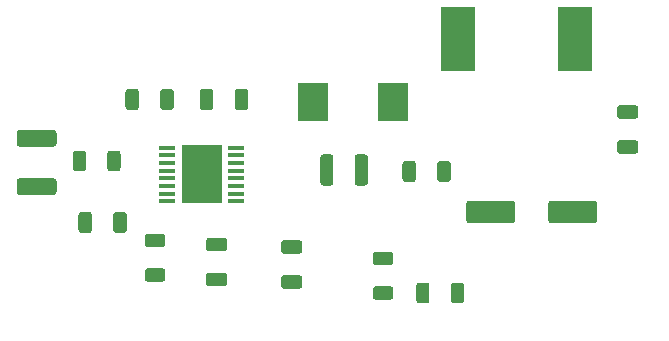
<source format=gbr>
%TF.GenerationSoftware,KiCad,Pcbnew,(5.1.10)-1*%
%TF.CreationDate,2021-07-12T12:55:46+02:00*%
%TF.ProjectId,buckLM5575,6275636b-4c4d-4353-9537-352e6b696361,rev?*%
%TF.SameCoordinates,Original*%
%TF.FileFunction,Paste,Top*%
%TF.FilePolarity,Positive*%
%FSLAX46Y46*%
G04 Gerber Fmt 4.6, Leading zero omitted, Abs format (unit mm)*
G04 Created by KiCad (PCBNEW (5.1.10)-1) date 2021-07-12 12:55:46*
%MOMM*%
%LPD*%
G01*
G04 APERTURE LIST*
%ADD10C,0.100000*%
%ADD11R,1.400000X0.449999*%
%ADD12R,3.400001X5.000000*%
%ADD13R,2.900000X5.400000*%
%ADD14R,2.500000X3.300000*%
G04 APERTURE END LIST*
D10*
%TO.C,U1*%
G36*
X129159998Y-63830497D02*
G01*
X129159998Y-60629498D01*
X129160951Y-60619841D01*
X129163768Y-60610554D01*
X129168342Y-60601997D01*
X129174497Y-60594494D01*
X129182000Y-60588340D01*
X129190557Y-60583765D01*
X129199843Y-60580948D01*
X129209500Y-60579996D01*
X132410500Y-60579996D01*
X132420157Y-60580948D01*
X132429443Y-60583765D01*
X132438000Y-60588340D01*
X132445503Y-60594494D01*
X132451658Y-60601997D01*
X132456232Y-60610554D01*
X132459049Y-60619841D01*
X132460002Y-60629498D01*
X132460002Y-63830497D01*
X132459049Y-63840154D01*
X132456232Y-63849440D01*
X132451658Y-63857998D01*
X132445503Y-63865501D01*
X132438000Y-63871655D01*
X132429443Y-63876230D01*
X132420157Y-63879047D01*
X132410500Y-63879997D01*
X129209500Y-63879997D01*
X129199843Y-63879047D01*
X129190557Y-63876230D01*
X129182000Y-63871655D01*
X129174497Y-63865501D01*
X129168342Y-63857998D01*
X129163768Y-63849440D01*
X129160951Y-63840154D01*
X129159998Y-63830497D01*
G37*
X129159998Y-63830497D02*
X129159998Y-60629498D01*
X129160951Y-60619841D01*
X129163768Y-60610554D01*
X129168342Y-60601997D01*
X129174497Y-60594494D01*
X129182000Y-60588340D01*
X129190557Y-60583765D01*
X129199843Y-60580948D01*
X129209500Y-60579996D01*
X132410500Y-60579996D01*
X132420157Y-60580948D01*
X132429443Y-60583765D01*
X132438000Y-60588340D01*
X132445503Y-60594494D01*
X132451658Y-60601997D01*
X132456232Y-60610554D01*
X132459049Y-60619841D01*
X132460002Y-60629498D01*
X132460002Y-63830497D01*
X132459049Y-63840154D01*
X132456232Y-63849440D01*
X132451658Y-63857998D01*
X132445503Y-63865501D01*
X132438000Y-63871655D01*
X132429443Y-63876230D01*
X132420157Y-63879047D01*
X132410500Y-63879997D01*
X129209500Y-63879997D01*
X129199843Y-63879047D01*
X129190557Y-63876230D01*
X129182000Y-63871655D01*
X129174497Y-63865501D01*
X129168342Y-63857998D01*
X129163768Y-63849440D01*
X129160951Y-63840154D01*
X129159998Y-63830497D01*
%TD*%
%TO.C,C2*%
G36*
G01*
X118290001Y-59864000D02*
X115389999Y-59864000D01*
G75*
G02*
X115140000Y-59614001I0J249999D01*
G01*
X115140000Y-58713999D01*
G75*
G02*
X115389999Y-58464000I249999J0D01*
G01*
X118290001Y-58464000D01*
G75*
G02*
X118540000Y-58713999I0J-249999D01*
G01*
X118540000Y-59614001D01*
G75*
G02*
X118290001Y-59864000I-249999J0D01*
G01*
G37*
G36*
G01*
X118290001Y-63964000D02*
X115389999Y-63964000D01*
G75*
G02*
X115140000Y-63714001I0J249999D01*
G01*
X115140000Y-62813999D01*
G75*
G02*
X115389999Y-62564000I249999J0D01*
G01*
X118290001Y-62564000D01*
G75*
G02*
X118540000Y-62813999I0J-249999D01*
G01*
X118540000Y-63714001D01*
G75*
G02*
X118290001Y-63964000I-249999J0D01*
G01*
G37*
%TD*%
%TO.C,C5*%
G36*
G01*
X124478000Y-65643999D02*
X124478000Y-66944001D01*
G75*
G02*
X124228001Y-67194000I-249999J0D01*
G01*
X123577999Y-67194000D01*
G75*
G02*
X123328000Y-66944001I0J249999D01*
G01*
X123328000Y-65643999D01*
G75*
G02*
X123577999Y-65394000I249999J0D01*
G01*
X124228001Y-65394000D01*
G75*
G02*
X124478000Y-65643999I0J-249999D01*
G01*
G37*
G36*
G01*
X121528000Y-65643999D02*
X121528000Y-66944001D01*
G75*
G02*
X121278001Y-67194000I-249999J0D01*
G01*
X120627999Y-67194000D01*
G75*
G02*
X120378000Y-66944001I0J249999D01*
G01*
X120378000Y-65643999D01*
G75*
G02*
X120627999Y-65394000I249999J0D01*
G01*
X121278001Y-65394000D01*
G75*
G02*
X121528000Y-65643999I0J-249999D01*
G01*
G37*
%TD*%
%TO.C,R7*%
G36*
G01*
X140850000Y-62924003D02*
X140850000Y-60773997D01*
G75*
G02*
X141099997Y-60524000I249997J0D01*
G01*
X141725003Y-60524000D01*
G75*
G02*
X141975000Y-60773997I0J-249997D01*
G01*
X141975000Y-62924003D01*
G75*
G02*
X141725003Y-63174000I-249997J0D01*
G01*
X141099997Y-63174000D01*
G75*
G02*
X140850000Y-62924003I0J249997D01*
G01*
G37*
G36*
G01*
X143775000Y-62924003D02*
X143775000Y-60773997D01*
G75*
G02*
X144024997Y-60524000I249997J0D01*
G01*
X144650003Y-60524000D01*
G75*
G02*
X144900000Y-60773997I0J-249997D01*
G01*
X144900000Y-62924003D01*
G75*
G02*
X144650003Y-63174000I-249997J0D01*
G01*
X144024997Y-63174000D01*
G75*
G02*
X143775000Y-62924003I0J249997D01*
G01*
G37*
%TD*%
%TO.C,C8*%
G36*
G01*
X127314000Y-56530001D02*
X127314000Y-55229999D01*
G75*
G02*
X127563999Y-54980000I249999J0D01*
G01*
X128214001Y-54980000D01*
G75*
G02*
X128464000Y-55229999I0J-249999D01*
G01*
X128464000Y-56530001D01*
G75*
G02*
X128214001Y-56780000I-249999J0D01*
G01*
X127563999Y-56780000D01*
G75*
G02*
X127314000Y-56530001I0J249999D01*
G01*
G37*
G36*
G01*
X124364000Y-56530001D02*
X124364000Y-55229999D01*
G75*
G02*
X124613999Y-54980000I249999J0D01*
G01*
X125264001Y-54980000D01*
G75*
G02*
X125514000Y-55229999I0J-249999D01*
G01*
X125514000Y-56530001D01*
G75*
G02*
X125264001Y-56780000I-249999J0D01*
G01*
X124613999Y-56780000D01*
G75*
G02*
X124364000Y-56530001I0J249999D01*
G01*
G37*
%TD*%
D11*
%TO.C,U1*%
X127860001Y-59954998D03*
X127860001Y-60604999D03*
X127860001Y-61254998D03*
X127860001Y-61904999D03*
X127860001Y-62554998D03*
X127860001Y-63204999D03*
X127860001Y-63854998D03*
X127860001Y-64504999D03*
X133760002Y-64504999D03*
X133760002Y-63854998D03*
X133760002Y-63204999D03*
X133760002Y-62554998D03*
X133760002Y-61904999D03*
X133760002Y-61254998D03*
X133760002Y-60604999D03*
X133760002Y-59954998D03*
D12*
X130810000Y-62229997D03*
%TD*%
%TO.C,R6*%
G36*
G01*
X146802003Y-72829500D02*
X145551997Y-72829500D01*
G75*
G02*
X145302000Y-72579503I0J249997D01*
G01*
X145302000Y-71954497D01*
G75*
G02*
X145551997Y-71704500I249997J0D01*
G01*
X146802003Y-71704500D01*
G75*
G02*
X147052000Y-71954497I0J-249997D01*
G01*
X147052000Y-72579503D01*
G75*
G02*
X146802003Y-72829500I-249997J0D01*
G01*
G37*
G36*
G01*
X146802003Y-69904500D02*
X145551997Y-69904500D01*
G75*
G02*
X145302000Y-69654503I0J249997D01*
G01*
X145302000Y-69029497D01*
G75*
G02*
X145551997Y-68779500I249997J0D01*
G01*
X146802003Y-68779500D01*
G75*
G02*
X147052000Y-69029497I0J-249997D01*
G01*
X147052000Y-69654503D01*
G75*
G02*
X146802003Y-69904500I-249997J0D01*
G01*
G37*
%TD*%
%TO.C,R5*%
G36*
G01*
X148976000Y-72888003D02*
X148976000Y-71637997D01*
G75*
G02*
X149225997Y-71388000I249997J0D01*
G01*
X149851003Y-71388000D01*
G75*
G02*
X150101000Y-71637997I0J-249997D01*
G01*
X150101000Y-72888003D01*
G75*
G02*
X149851003Y-73138000I-249997J0D01*
G01*
X149225997Y-73138000D01*
G75*
G02*
X148976000Y-72888003I0J249997D01*
G01*
G37*
G36*
G01*
X151901000Y-72888003D02*
X151901000Y-71637997D01*
G75*
G02*
X152150997Y-71388000I249997J0D01*
G01*
X152776003Y-71388000D01*
G75*
G02*
X153026000Y-71637997I0J-249997D01*
G01*
X153026000Y-72888003D01*
G75*
G02*
X152776003Y-73138000I-249997J0D01*
G01*
X152150997Y-73138000D01*
G75*
G02*
X151901000Y-72888003I0J249997D01*
G01*
G37*
%TD*%
%TO.C,R4*%
G36*
G01*
X119895000Y-61712003D02*
X119895000Y-60461997D01*
G75*
G02*
X120144997Y-60212000I249997J0D01*
G01*
X120770003Y-60212000D01*
G75*
G02*
X121020000Y-60461997I0J-249997D01*
G01*
X121020000Y-61712003D01*
G75*
G02*
X120770003Y-61962000I-249997J0D01*
G01*
X120144997Y-61962000D01*
G75*
G02*
X119895000Y-61712003I0J249997D01*
G01*
G37*
G36*
G01*
X122820000Y-61712003D02*
X122820000Y-60461997D01*
G75*
G02*
X123069997Y-60212000I249997J0D01*
G01*
X123695003Y-60212000D01*
G75*
G02*
X123945000Y-60461997I0J-249997D01*
G01*
X123945000Y-61712003D01*
G75*
G02*
X123695003Y-61962000I-249997J0D01*
G01*
X123069997Y-61962000D01*
G75*
G02*
X122820000Y-61712003I0J249997D01*
G01*
G37*
%TD*%
%TO.C,R3*%
G36*
G01*
X126247997Y-67255500D02*
X127498003Y-67255500D01*
G75*
G02*
X127748000Y-67505497I0J-249997D01*
G01*
X127748000Y-68130503D01*
G75*
G02*
X127498003Y-68380500I-249997J0D01*
G01*
X126247997Y-68380500D01*
G75*
G02*
X125998000Y-68130503I0J249997D01*
G01*
X125998000Y-67505497D01*
G75*
G02*
X126247997Y-67255500I249997J0D01*
G01*
G37*
G36*
G01*
X126247997Y-70180500D02*
X127498003Y-70180500D01*
G75*
G02*
X127748000Y-70430497I0J-249997D01*
G01*
X127748000Y-71055503D01*
G75*
G02*
X127498003Y-71305500I-249997J0D01*
G01*
X126247997Y-71305500D01*
G75*
G02*
X125998000Y-71055503I0J249997D01*
G01*
X125998000Y-70430497D01*
G75*
G02*
X126247997Y-70180500I249997J0D01*
G01*
G37*
%TD*%
D13*
%TO.C,L1*%
X152530000Y-50800000D03*
X162430000Y-50800000D03*
%TD*%
D14*
%TO.C,D1*%
X147008000Y-56134000D03*
X140208000Y-56134000D03*
%TD*%
%TO.C,C11*%
G36*
G01*
X151910000Y-61325999D02*
X151910000Y-62626001D01*
G75*
G02*
X151660001Y-62876000I-249999J0D01*
G01*
X151009999Y-62876000D01*
G75*
G02*
X150760000Y-62626001I0J249999D01*
G01*
X150760000Y-61325999D01*
G75*
G02*
X151009999Y-61076000I249999J0D01*
G01*
X151660001Y-61076000D01*
G75*
G02*
X151910000Y-61325999I0J-249999D01*
G01*
G37*
G36*
G01*
X148960000Y-61325999D02*
X148960000Y-62626001D01*
G75*
G02*
X148710001Y-62876000I-249999J0D01*
G01*
X148059999Y-62876000D01*
G75*
G02*
X147810000Y-62626001I0J249999D01*
G01*
X147810000Y-61325999D01*
G75*
G02*
X148059999Y-61076000I249999J0D01*
G01*
X148710001Y-61076000D01*
G75*
G02*
X148960000Y-61325999I0J-249999D01*
G01*
G37*
%TD*%
%TO.C,C10*%
G36*
G01*
X160150000Y-66105004D02*
X160150000Y-64704996D01*
G75*
G02*
X160399996Y-64455000I249996J0D01*
G01*
X164050004Y-64455000D01*
G75*
G02*
X164300000Y-64704996I0J-249996D01*
G01*
X164300000Y-66105004D01*
G75*
G02*
X164050004Y-66355000I-249996J0D01*
G01*
X160399996Y-66355000D01*
G75*
G02*
X160150000Y-66105004I0J249996D01*
G01*
G37*
G36*
G01*
X153200000Y-66105004D02*
X153200000Y-64704996D01*
G75*
G02*
X153449996Y-64455000I249996J0D01*
G01*
X157100004Y-64455000D01*
G75*
G02*
X157350000Y-64704996I0J-249996D01*
G01*
X157350000Y-66105004D01*
G75*
G02*
X157100004Y-66355000I-249996J0D01*
G01*
X153449996Y-66355000D01*
G75*
G02*
X153200000Y-66105004I0J249996D01*
G01*
G37*
%TD*%
%TO.C,C9*%
G36*
G01*
X166227999Y-56370000D02*
X167528001Y-56370000D01*
G75*
G02*
X167778000Y-56619999I0J-249999D01*
G01*
X167778000Y-57270001D01*
G75*
G02*
X167528001Y-57520000I-249999J0D01*
G01*
X166227999Y-57520000D01*
G75*
G02*
X165978000Y-57270001I0J249999D01*
G01*
X165978000Y-56619999D01*
G75*
G02*
X166227999Y-56370000I249999J0D01*
G01*
G37*
G36*
G01*
X166227999Y-59320000D02*
X167528001Y-59320000D01*
G75*
G02*
X167778000Y-59569999I0J-249999D01*
G01*
X167778000Y-60220001D01*
G75*
G02*
X167528001Y-60470000I-249999J0D01*
G01*
X166227999Y-60470000D01*
G75*
G02*
X165978000Y-60220001I0J249999D01*
G01*
X165978000Y-59569999D01*
G75*
G02*
X166227999Y-59320000I249999J0D01*
G01*
G37*
%TD*%
%TO.C,C7*%
G36*
G01*
X131815000Y-55229999D02*
X131815000Y-56530001D01*
G75*
G02*
X131565001Y-56780000I-249999J0D01*
G01*
X130914999Y-56780000D01*
G75*
G02*
X130665000Y-56530001I0J249999D01*
G01*
X130665000Y-55229999D01*
G75*
G02*
X130914999Y-54980000I249999J0D01*
G01*
X131565001Y-54980000D01*
G75*
G02*
X131815000Y-55229999I0J-249999D01*
G01*
G37*
G36*
G01*
X134765000Y-55229999D02*
X134765000Y-56530001D01*
G75*
G02*
X134515001Y-56780000I-249999J0D01*
G01*
X133864999Y-56780000D01*
G75*
G02*
X133615000Y-56530001I0J249999D01*
G01*
X133615000Y-55229999D01*
G75*
G02*
X133864999Y-54980000I249999J0D01*
G01*
X134515001Y-54980000D01*
G75*
G02*
X134765000Y-55229999I0J-249999D01*
G01*
G37*
%TD*%
%TO.C,C4*%
G36*
G01*
X137779999Y-67800000D02*
X139080001Y-67800000D01*
G75*
G02*
X139330000Y-68049999I0J-249999D01*
G01*
X139330000Y-68700001D01*
G75*
G02*
X139080001Y-68950000I-249999J0D01*
G01*
X137779999Y-68950000D01*
G75*
G02*
X137530000Y-68700001I0J249999D01*
G01*
X137530000Y-68049999D01*
G75*
G02*
X137779999Y-67800000I249999J0D01*
G01*
G37*
G36*
G01*
X137779999Y-70750000D02*
X139080001Y-70750000D01*
G75*
G02*
X139330000Y-70999999I0J-249999D01*
G01*
X139330000Y-71650001D01*
G75*
G02*
X139080001Y-71900000I-249999J0D01*
G01*
X137779999Y-71900000D01*
G75*
G02*
X137530000Y-71650001I0J249999D01*
G01*
X137530000Y-70999999D01*
G75*
G02*
X137779999Y-70750000I249999J0D01*
G01*
G37*
%TD*%
%TO.C,C3*%
G36*
G01*
X131429999Y-70545000D02*
X132730001Y-70545000D01*
G75*
G02*
X132980000Y-70794999I0J-249999D01*
G01*
X132980000Y-71445001D01*
G75*
G02*
X132730001Y-71695000I-249999J0D01*
G01*
X131429999Y-71695000D01*
G75*
G02*
X131180000Y-71445001I0J249999D01*
G01*
X131180000Y-70794999D01*
G75*
G02*
X131429999Y-70545000I249999J0D01*
G01*
G37*
G36*
G01*
X131429999Y-67595000D02*
X132730001Y-67595000D01*
G75*
G02*
X132980000Y-67844999I0J-249999D01*
G01*
X132980000Y-68495001D01*
G75*
G02*
X132730001Y-68745000I-249999J0D01*
G01*
X131429999Y-68745000D01*
G75*
G02*
X131180000Y-68495001I0J249999D01*
G01*
X131180000Y-67844999D01*
G75*
G02*
X131429999Y-67595000I249999J0D01*
G01*
G37*
%TD*%
M02*

</source>
